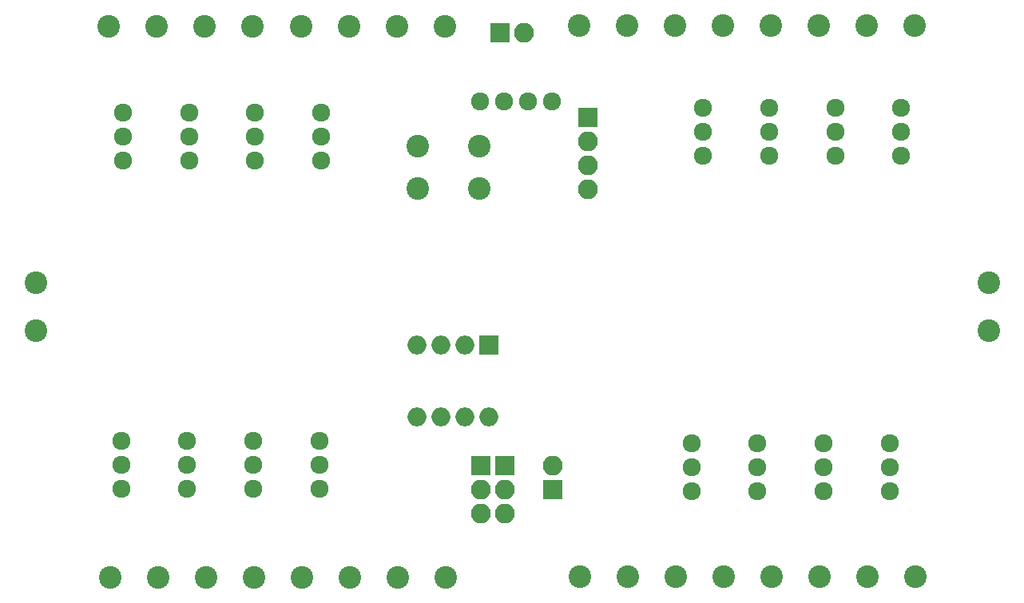
<source format=gbr>
G04 #@! TF.FileFunction,Soldermask,Bot*
%FSLAX46Y46*%
G04 Gerber Fmt 4.6, Leading zero omitted, Abs format (unit mm)*
G04 Created by KiCad (PCBNEW 4.0.2+dfsg1-stable) date Tue 14 Aug 2018 11:21:20 PM MDT*
%MOMM*%
G01*
G04 APERTURE LIST*
%ADD10C,0.100000*%
%ADD11R,2.100000X2.100000*%
%ADD12O,2.100000X2.100000*%
%ADD13C,2.400000*%
%ADD14R,2.000000X2.000000*%
%ADD15O,2.000000X2.000000*%
%ADD16C,1.924000*%
G04 APERTURE END LIST*
D10*
D11*
X126720000Y-123870000D03*
D12*
X126720000Y-126410000D03*
X126720000Y-128950000D03*
D11*
X124180000Y-123870000D03*
D12*
X124180000Y-126410000D03*
X124180000Y-128950000D03*
D11*
X131800000Y-126410000D03*
D12*
X131800000Y-123870000D03*
D13*
X84720000Y-77300000D03*
X89800000Y-77300000D03*
X94920000Y-77300000D03*
X100000000Y-77300000D03*
X105120000Y-77300000D03*
X110200000Y-77300000D03*
X115320000Y-77300000D03*
X120400000Y-77300000D03*
X89960000Y-135720000D03*
X84880000Y-135720000D03*
X100120000Y-135720000D03*
X95040000Y-135720000D03*
X110280000Y-135720000D03*
X105200000Y-135720000D03*
X120440000Y-135720000D03*
X115360000Y-135720000D03*
X134630000Y-77240000D03*
X139710000Y-77240000D03*
X144790000Y-77240000D03*
X149870000Y-77240000D03*
X154950000Y-77240000D03*
X160030000Y-77240000D03*
X165110000Y-77240000D03*
X170190000Y-77240000D03*
X139780000Y-135680000D03*
X134700000Y-135680000D03*
X149940000Y-135680000D03*
X144860000Y-135680000D03*
X160100000Y-135680000D03*
X155020000Y-135680000D03*
X170260000Y-135680000D03*
X165180000Y-135680000D03*
D11*
X126250000Y-78000000D03*
D12*
X128790000Y-78000000D03*
D13*
X117500000Y-94500000D03*
X117500000Y-90000000D03*
X124000000Y-94500000D03*
X124000000Y-90000000D03*
D14*
X125040000Y-111130000D03*
D15*
X117420000Y-118750000D03*
X122500000Y-111130000D03*
X119960000Y-118750000D03*
X119960000Y-111130000D03*
X122500000Y-118750000D03*
X117420000Y-111130000D03*
X125040000Y-118750000D03*
D16*
X124130000Y-85250000D03*
X126670000Y-85250000D03*
X129210000Y-85250000D03*
X131750000Y-85250000D03*
D11*
X135500000Y-86960000D03*
D12*
X135500000Y-89500000D03*
X135500000Y-92040000D03*
X135500000Y-94580000D03*
D16*
X86250000Y-86420000D03*
X86250000Y-88960000D03*
X86250000Y-91500000D03*
X93250000Y-86420000D03*
X93250000Y-88960000D03*
X93250000Y-91500000D03*
X100250000Y-86420000D03*
X100250000Y-88960000D03*
X100250000Y-91500000D03*
X107250000Y-86420000D03*
X107250000Y-88960000D03*
X107250000Y-91500000D03*
X86050000Y-126300000D03*
X86050000Y-123760000D03*
X86050000Y-121220000D03*
X93050000Y-126300000D03*
X93050000Y-123760000D03*
X93050000Y-121220000D03*
X100050000Y-126300000D03*
X100050000Y-123760000D03*
X100050000Y-121220000D03*
X107050000Y-126300000D03*
X107050000Y-123760000D03*
X107050000Y-121220000D03*
X147750000Y-85960000D03*
X147750000Y-88500000D03*
X147750000Y-91040000D03*
X154750000Y-85960000D03*
X154750000Y-88500000D03*
X154750000Y-91040000D03*
X161750000Y-85960000D03*
X161750000Y-88500000D03*
X161750000Y-91040000D03*
X168750000Y-85960000D03*
X168750000Y-88500000D03*
X168750000Y-91040000D03*
X146500000Y-126580000D03*
X146500000Y-124040000D03*
X146500000Y-121500000D03*
X153500000Y-126580000D03*
X153500000Y-124040000D03*
X153500000Y-121500000D03*
X160500000Y-126580000D03*
X160500000Y-124040000D03*
X160500000Y-121500000D03*
X167500000Y-126580000D03*
X167500000Y-124040000D03*
X167500000Y-121500000D03*
D13*
X77000000Y-109580000D03*
X77000000Y-104500000D03*
X178000000Y-104460000D03*
X178000000Y-109540000D03*
M02*

</source>
